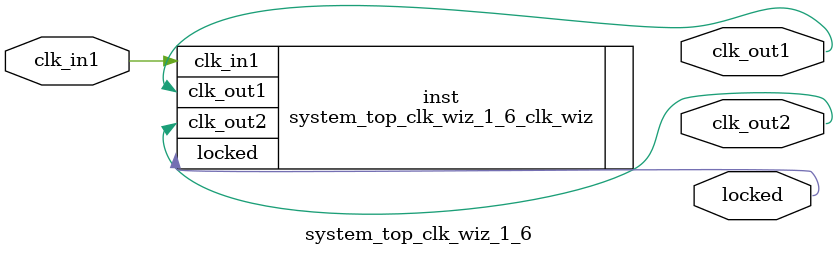
<source format=v>


`timescale 1ps/1ps

(* CORE_GENERATION_INFO = "system_top_clk_wiz_1_6,clk_wiz_v5_3_2_0,{component_name=system_top_clk_wiz_1_6,use_phase_alignment=true,use_min_o_jitter=false,use_max_i_jitter=false,use_dyn_phase_shift=false,use_inclk_switchover=false,use_dyn_reconfig=false,enable_axi=0,feedback_source=FDBK_AUTO,PRIMITIVE=MMCM,num_out_clk=2,clkin1_period=10.0,clkin2_period=10.0,use_power_down=false,use_reset=false,use_locked=true,use_inclk_stopped=false,feedback_type=SINGLE,CLOCK_MGR_TYPE=NA,manual_override=false}" *)

module system_top_clk_wiz_1_6 
 (
  // Clock out ports
  output        clk_out1,
  output        clk_out2,
  // Status and control signals
  output        locked,
 // Clock in ports
  input         clk_in1
 );

  system_top_clk_wiz_1_6_clk_wiz inst
  (
  // Clock out ports  
  .clk_out1(clk_out1),
  .clk_out2(clk_out2),
  // Status and control signals               
  .locked(locked),
 // Clock in ports
  .clk_in1(clk_in1)
  );

endmodule

</source>
